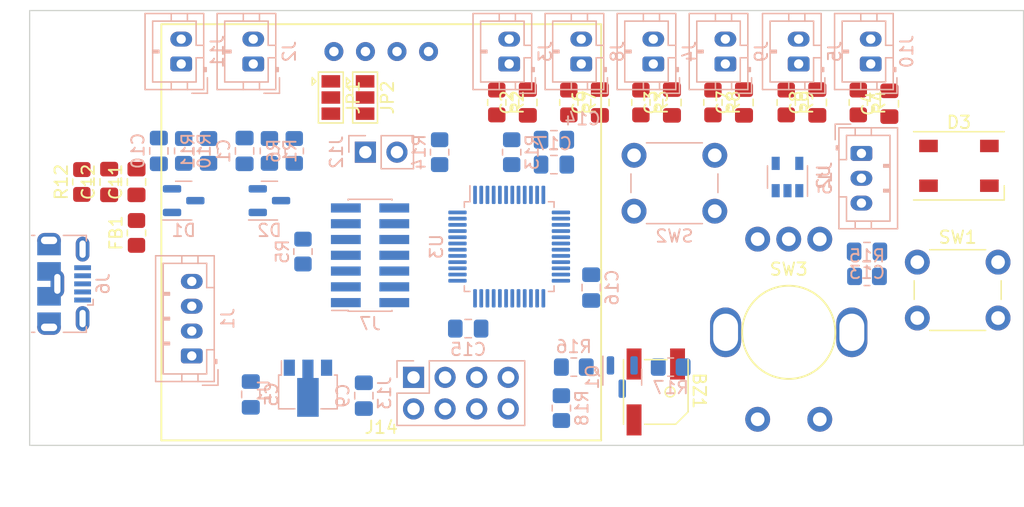
<source format=kicad_pcb>
(kicad_pcb (version 20221018) (generator pcbnew)

  (general
    (thickness 1.6)
  )

  (paper "A4")
  (title_block
    (title "V0_McDisplay")
    (date "2023-02-13")
    (rev "1")
    (company "Anton McFLY Mukhin")
  )

  (layers
    (0 "F.Cu" signal)
    (31 "B.Cu" signal)
    (32 "B.Adhes" user "B.Adhesive")
    (33 "F.Adhes" user "F.Adhesive")
    (34 "B.Paste" user)
    (35 "F.Paste" user)
    (36 "B.SilkS" user "B.Silkscreen")
    (37 "F.SilkS" user "F.Silkscreen")
    (38 "B.Mask" user)
    (39 "F.Mask" user)
    (40 "Dwgs.User" user "User.Drawings")
    (41 "Cmts.User" user "User.Comments")
    (42 "Eco1.User" user "User.Eco1")
    (43 "Eco2.User" user "User.Eco2")
    (44 "Edge.Cuts" user)
    (45 "Margin" user)
    (46 "B.CrtYd" user "B.Courtyard")
    (47 "F.CrtYd" user "F.Courtyard")
    (48 "B.Fab" user)
    (49 "F.Fab" user)
    (50 "User.1" user)
    (51 "User.2" user)
    (52 "User.3" user)
    (53 "User.4" user)
    (54 "User.5" user)
    (55 "User.6" user)
    (56 "User.7" user)
    (57 "User.8" user)
    (58 "User.9" user)
  )

  (setup
    (stackup
      (layer "F.SilkS" (type "Top Silk Screen"))
      (layer "F.Paste" (type "Top Solder Paste"))
      (layer "F.Mask" (type "Top Solder Mask") (thickness 0.01))
      (layer "F.Cu" (type "copper") (thickness 0.035))
      (layer "dielectric 1" (type "core") (thickness 1.51) (material "FR4") (epsilon_r 4.5) (loss_tangent 0.02))
      (layer "B.Cu" (type "copper") (thickness 0.035))
      (layer "B.Mask" (type "Bottom Solder Mask") (thickness 0.01))
      (layer "B.Paste" (type "Bottom Solder Paste"))
      (layer "B.SilkS" (type "Bottom Silk Screen"))
      (copper_finish "None")
      (dielectric_constraints no)
    )
    (pad_to_mask_clearance 0)
    (pcbplotparams
      (layerselection 0x00010fc_ffffffff)
      (plot_on_all_layers_selection 0x0000000_00000000)
      (disableapertmacros false)
      (usegerberextensions false)
      (usegerberattributes true)
      (usegerberadvancedattributes true)
      (creategerberjobfile true)
      (dashed_line_dash_ratio 12.000000)
      (dashed_line_gap_ratio 3.000000)
      (svgprecision 6)
      (plotframeref false)
      (viasonmask false)
      (mode 1)
      (useauxorigin false)
      (hpglpennumber 1)
      (hpglpenspeed 20)
      (hpglpendiameter 15.000000)
      (dxfpolygonmode true)
      (dxfimperialunits true)
      (dxfusepcbnewfont true)
      (psnegative false)
      (psa4output false)
      (plotreference true)
      (plotvalue true)
      (plotinvisibletext false)
      (sketchpadsonfab false)
      (subtractmaskfromsilk false)
      (outputformat 1)
      (mirror false)
      (drillshape 1)
      (scaleselection 1)
      (outputdirectory "")
    )
  )

  (net 0 "")
  (net 1 "VBUS")
  (net 2 "Net-(BZ1-+)")
  (net 3 "Net-(J2-Pin_1)")
  (net 4 "GNDA")
  (net 5 "KEY1")
  (net 6 "GND")
  (net 7 "KEY3")
  (net 8 "KEY5")
  (net 9 "KEY2")
  (net 10 "KEY4")
  (net 11 "KEY6")
  (net 12 "+3.3V")
  (net 13 "Net-(J11-Pin_1)")
  (net 14 "+3.3VA")
  (net 15 "KILL_SW")
  (net 16 "TH1")
  (net 17 "TH2")
  (net 18 "Net-(D3-DOUT)")
  (net 19 "Net-(D3-DIN)")
  (net 20 "D-")
  (net 21 "D+")
  (net 22 "Net-(J3-Pin_1)")
  (net 23 "Net-(J4-Pin_1)")
  (net 24 "Net-(J5-Pin_1)")
  (net 25 "unconnected-(J7-Pin_1-Pad1)")
  (net 26 "unconnected-(J7-Pin_2-Pad2)")
  (net 27 "SWDIO")
  (net 28 "SWCLK")
  (net 29 "unconnected-(J7-Pin_8-Pad8)")
  (net 30 "unconnected-(J7-Pin_9-Pad9)")
  (net 31 "unconnected-(J7-Pin_10-Pad10)")
  (net 32 "Net-(J7-Pin_11)")
  (net 33 "RESET")
  (net 34 "unconnected-(J7-Pin_13-Pad13)")
  (net 35 "unconnected-(J7-Pin_14-Pad14)")
  (net 36 "Net-(J8-Pin_1)")
  (net 37 "Net-(J9-Pin_1)")
  (net 38 "Net-(J10-Pin_1)")
  (net 39 "BOOT0")
  (net 40 "GPIO1")
  (net 41 "GPIO2")
  (net 42 "GPIO3")
  (net 43 "GPIO4")
  (net 44 "PIN1")
  (net 45 "PIN2")
  (net 46 "SCL")
  (net 47 "SDA")
  (net 48 "Net-(Q1-G)")
  (net 49 "Net-(Q1-S)")
  (net 50 "Net-(SW1-B)")
  (net 51 "BUZZER")
  (net 52 "ENC_A")
  (net 53 "ENC_B")
  (net 54 "ENC_SW")
  (net 55 "NEOPIXEL")
  (net 56 "unconnected-(U3-PC13-Pad2)")
  (net 57 "unconnected-(U3-PC14-OSC32_IN-Pad3)")
  (net 58 "unconnected-(U3-PC15-OSC32_OUT-Pad4)")
  (net 59 "unconnected-(U3-PF0-OSC_IN-Pad5)")
  (net 60 "unconnected-(U3-PF1-OSC_OUT-Pad6)")
  (net 61 "unconnected-(U3-PA9-Pad30)")
  (net 62 "unconnected-(U3-PA10-Pad31)")
  (net 63 "unconnected-(U3-PA15-Pad38)")
  (net 64 "unconnected-(U3-PB3-Pad39)")
  (net 65 "unconnected-(U3-PB4-Pad40)")
  (net 66 "unconnected-(U3-PB5-Pad41)")
  (net 67 "unconnected-(U3-PB8-Pad45)")
  (net 68 "unconnected-(U3-PB9-Pad46)")

  (footprint "V0-Display:WS2812_5050_LED" (layer "F.Cu") (at 74.8 12.5))

  (footprint "Resistor_SMD:R_0805_2012Metric_Pad1.20x1.40mm_HandSolder" (layer "F.Cu") (at 49.2 7.4 -90))

  (footprint "Resistor_SMD:R_0805_2012Metric_Pad1.20x1.40mm_HandSolder" (layer "F.Cu") (at 4.2 13.8 90))

  (footprint "V0-Display:SW_PUSH_6mm" (layer "F.Cu") (at 71.45 20.25))

  (footprint "V0-Display:MountingHole_3.2mm_M3" (layer "F.Cu") (at 76 31))

  (footprint "Resistor_SMD:R_0805_2012Metric_Pad1.20x1.40mm_HandSolder" (layer "F.Cu") (at 43.4 7.4 -90))

  (footprint "Resistor_SMD:R_0805_2012Metric_Pad1.20x1.40mm_HandSolder" (layer "F.Cu") (at 55 7.4 -90))

  (footprint "V0-Display:MountingHole_3.2mm_M3" (layer "F.Cu") (at 4 31))

  (footprint "Capacitor_SMD:C_0805_2012Metric_Pad1.18x1.45mm_HandSolder" (layer "F.Cu") (at 57.5 7.4 90))

  (footprint "Capacitor_SMD:C_0805_2012Metric_Pad1.18x1.45mm_HandSolder" (layer "F.Cu") (at 6.4 13.8 90))

  (footprint "my_additions:Buzzer_5020" (layer "F.Cu") (at 50.4 30.7 -90))

  (footprint "Capacitor_SMD:C_0805_2012Metric_Pad1.18x1.45mm_HandSolder" (layer "F.Cu") (at 63.4 7.4 90))

  (footprint "Capacitor_SMD:C_0805_2012Metric_Pad1.18x1.45mm_HandSolder" (layer "F.Cu") (at 8.6 13.8 90))

  (footprint "Capacitor_SMD:C_0805_2012Metric_Pad1.18x1.45mm_HandSolder" (layer "F.Cu") (at 51.7 7.4 90))

  (footprint "Resistor_SMD:R_0805_2012Metric_Pad1.20x1.40mm_HandSolder" (layer "F.Cu") (at 60.9 7.4 -90))

  (footprint "Resistor_SMD:R_0805_2012Metric_Pad1.20x1.40mm_HandSolder" (layer "F.Cu") (at 66.7 7.4 -90))

  (footprint "V0-Display:SolderJumper-3_P1.3mm_Pad1.0x1.5mm" (layer "F.Cu") (at 24.2425 7 -90))

  (footprint "Capacitor_SMD:C_0805_2012Metric_Pad1.18x1.45mm_HandSolder" (layer "F.Cu") (at 45.9 7.4 90))

  (footprint "Capacitor_SMD:C_0805_2012Metric_Pad1.18x1.45mm_HandSolder" (layer "F.Cu") (at 40.1 7.4 90))

  (footprint "V0-Display:MountingHole_3.2mm_M3" (layer "F.Cu") (at 4 6))

  (footprint "Resistor_SMD:R_0805_2012Metric_Pad1.20x1.40mm_HandSolder" (layer "F.Cu") (at 37.6 7.4 -90))

  (footprint "V0-Display:MountingHole_3.2mm_M3" (layer "F.Cu") (at 76 6))

  (footprint "Resistor_SMD:R_0805_2012Metric_Pad1.20x1.40mm_HandSolder" (layer "F.Cu") (at 8.6 17.9 90))

  (footprint "V0-Display:SolderJumper-3_P1.3mm_Pad1.0x1.5mm" (layer "F.Cu") (at 27 7 -90))

  (footprint "V0-Display:1pt3in_OLED" (layer "F.Cu") (at 28.3 3.3))

  (footprint "Capacitor_SMD:C_0805_2012Metric_Pad1.18x1.45mm_HandSolder" (layer "F.Cu") (at 69.2 7.5 90))

  (footprint "V0-Display:EN11_Encoder" (layer "F.Cu") (at 61.1 25.9 180))

  (footprint "Capacitor_SMD:C_0805_2012Metric_Pad1.18x1.45mm_HandSolder" (layer "B.Cu") (at 67.4 19.4))

  (footprint "Capacitor_SMD:C_0805_2012Metric_Pad1.18x1.45mm_HandSolder" (layer "B.Cu") (at 10.4 11.3 -90))

  (footprint "V0-Display:SOT-23-5" (layer "B.Cu") (at 61 13.4 90))

  (footprint "Connector_PinHeader_2.54mm:PinHeader_2x04_P2.54mm_Vertical" (layer "B.Cu") (at 30.9 29.525 -90))

  (footprint "Connector_JST:JST_PH_B3B-PH-K_1x03_P2.00mm_Vertical" (layer "B.Cu") (at 66.95 11.5 -90))

  (footprint "Connector_PinHeader_1.27mm:PinHeader_2x07_P1.27mm_Vertical_SMD" (layer "B.Cu") (at 27.4 19.7))

  (footprint "Connector_PinHeader_2.54mm:PinHeader_1x02_P2.54mm_Vertical" (layer "B.Cu") (at 27.025 11.4 -90))

  (footprint "Capacitor_SMD:C_0805_2012Metric_Pad1.18x1.45mm_HandSolder" (layer "B.Cu") (at 42.2 12.4 180))

  (footprint "Capacitor_SMD:C_0805_2012Metric_Pad1.18x1.45mm_HandSolder" (layer "B.Cu") (at 45.2 22.3 90))

  (footprint "Package_QFP:LQFP-48_7x7mm_P0.5mm" (layer "B.Cu") (at 38.6 19 -90))

  (footprint "Capacitor_SMD:C_0805_2012Metric_Pad1.18x1.45mm_HandSolder" (layer "B.Cu") (at 17.8 30.9 90))

  (footprint "Connector_JST:JST_PH_B2B-PH-K_1x02_P2.00mm_Vertical" (layer "B.Cu") (at 38.6 4.3 90))

  (footprint "Resistor_SMD:R_0805_2012Metric_Pad1.20x1.40mm_HandSolder" (layer "B.Cu") (at 33 11.4 -90))

  (footprint "Capacitor_SMD:C_0805_2012Metric_Pad1.18x1.45mm_HandSolder" (layer "B.Cu") (at 35.3 25.6))

  (footprint "Resistor_SMD:R_0805_2012Metric_Pad1.20x1.40mm_HandSolder" (layer "B.Cu") (at 14.4 11.300001 -90))

  (footprint "Resistor_SMD:R_0805_2012Metric_Pad1.20x1.40mm_HandSolder" (layer "B.Cu") (at 19.3 11.3 90))

  (footprint "Resistor_SMD:R_0805_2012Metric_Pad1.20x1.40mm_HandSolder" (layer "B.Cu") (at 38.8 11.4 90))

  (footprint "Capacitor_SMD:C_0805_2012Metric_Pad1.18x1.45mm_HandSolder" (layer "B.Cu") (at 17.3 11.3 -90))

  (footprint "Connector_JST:JST_PH_B2B-PH-K_1x02_P2.00mm_Vertical" (layer "B.Cu") (at 61.9 4.3 90))

  (footprint "Connector_JST:JST_PH_B2B-PH-K_1x02_P2.00mm_Vertical" (layer "B.Cu")
    (tstamp 732a5740-d45a-4288-933b-37ed89550304)
    (at 50.2 4.3 90)
    (descr "JST PH series connector, B2B-PH-K (http://www.jst-mfg.com/product/pdf/eng/ePH.pdf), generated with kicad-footprint-generator")
    (tags "connector JST PH side entry")
    (property "Label" "KEY3")
    (property "Sheetfile" "V0_McDisplay.kicad_sch")
    (property "Sheetname" "")
    (property "ki_description" "Generic connector, single row, 01x02, script generated (kicad-library-utils/schlib/autogen/connector/)")
    (property "ki_keywords" "connector")
    (path "/e9f69746-91ca-45d5-8ab8-58fb0a568c85")
    (attr through_hole)
    (fp_text reference "J4" (at 1 2.9 90) (layer "B.SilkS")
        (effects (font (size 1 1) (thickness 0.15)) (justify mirror))
      (tstamp 9c856e10-639e-425d-96bc-38408db78000)
    )
    (fp_text value "PH2.00_02" (at 1 -4 90) (layer "B.Fab")
        (effects (font (size 1 1) (thickness 0.15)) (justify mirror))
      (tstamp 9e8456fb-6cfb-441c-801c-406d1187c85a)
    )
    (fp_text user "${REFERENCE}" (at 1 -1.5 90) (layer "B.Fab")
        (effects (font (size 1 1) (thickness 0.15)) (justify mirror))
      (tstamp 625e9e59-b56b-46df-83b7-4628e7828bfa)
    )
    (fp_line (start -2.36 2.11) (end -2.36 0.86)
      (stroke (width 0.12) (type solid)) (layer "B.SilkS") (tstamp f2914a04-37f0-47b1-a201-2e67825223e8))
    (fp_line (start -2.06 -2.91) (end 4.06 -2.91)
      (stroke (width 0.12) (type solid)) (layer "B.SilkS") (tstamp 164dac81-7999-4719-9f92-f28015c126cf))
    (fp_line (start -2.06 -0.8) (end -1.45 -0.8)
      (stroke (width 0.12) (type solid)) (layer "B.SilkS") (tstamp ff22081c-4f47-4789-9e64-de3ff710ce06))
    (fp_line (start -2.06 0.5) (end -1.45 0.5)
      (stroke (width 0.12) (type solid)) (layer "B.SilkS") (tstamp c1401dbe-f21f-471f-8237-5e841cdc37ee))
    (fp_line (start -2.06 1.81) (end -2.06 -2.91)
      (stroke (width 0.12) (type solid)) (layer "B.SilkS") (tstamp 145d9ab2-590c-4974-a79e-d6145e025ec9))
    (fp_line (start -1.45 -2.3) (end 3.45 -2.3)
      (stroke (width 0.12) (type solid)) (layer "B.SilkS") (tstamp 985c0488-76d0-43a9-bd29-bd7f7d19ea2a))
    (fp_line (start -1.45 1.2) (end -1.45 -2.3)
      (stroke (width 0.12) (type solid)) (layer "B.SilkS") (tstamp 88e22f5b-d527-4ba3-805d-a8bd1167df7a))
    (fp_line (start -1.11 2.11) (end -2.36 2.11)
      (stroke (width 0.12) (type solid)) (layer "B.SilkS") (tstamp 78d85592-2d00-425e-b2f5-3c1690d2c082))
    (fp_line (start -0.6 2.01) (end -0.6 1.81)
      (stroke (width 0.12) (type solid)) (layer "B.SilkS") (tstamp 30c9e245-c1fd-481d-82b1-42518cacb1b8))
    (fp_line (start -0.3 1.81) (end -0.3 2.01)
      (stroke (width 0.12) (type solid)) (layer "B.SilkS") (tstamp 4f26520a-5293-45ec-bd13-03b657386f3b))
    (fp_line (start -0.3 1.91) (end -0.6 1.91)
      (stroke (width 0.12) (type solid)) (layer "B.SilkS") (tstamp cd2510ed-bf98-49e7-b932-2498dea1c13a))
    (fp_line (start -0.3 2.01) (end -0.6 2.01)
      (stroke (width 0.12) (type solid)) (layer "B.SilkS") (tstamp 76942d78-675c-4e1c-8846-1804b5db7d52))
    (fp_line (start 0.5 1.2) (end -1.45 1.2)
      (stroke (width 0.12) (type solid)) (layer "B.SilkS") (tstamp fbb1df67-d24f-4b1d-9a06-f182542d446a))
    (fp_line (start 0.5 1.81) (end 0.5
... [110224 chars truncated]
</source>
